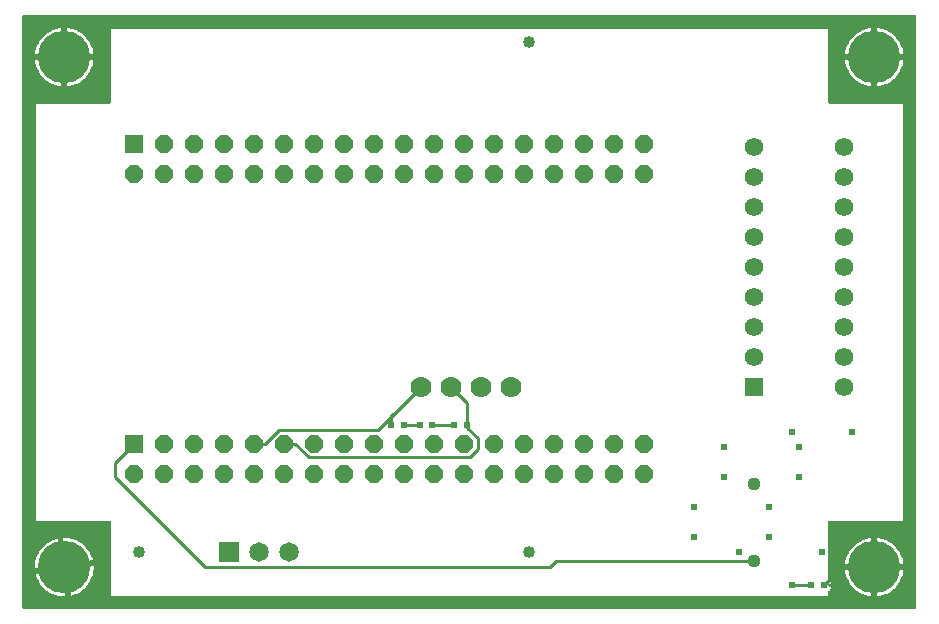
<source format=gbr>
G04 EAGLE Gerber RS-274X export*
G75*
%MOMM*%
%FSLAX34Y34*%
%LPD*%
%INTop Copper*%
%IPPOS*%
%AMOC8*
5,1,8,0,0,1.08239X$1,22.5*%
G01*
%ADD10C,1.778000*%
%ADD11C,1.120000*%
%ADD12R,1.651000X1.651000*%
%ADD13C,1.651000*%
%ADD14R,1.564638X1.564638*%
%ADD15C,1.564638*%
%ADD16R,1.524000X1.524000*%
%ADD17P,1.649562X8X22.500000*%
%ADD18R,0.609600X0.508000*%
%ADD19C,4.445000*%
%ADD20C,1.016000*%
%ADD21C,0.609600*%
%ADD22C,0.254000*%

G36*
X759444Y504308D02*
X759444Y504308D01*
X759437Y504427D01*
X759424Y504465D01*
X759419Y504506D01*
X759376Y504616D01*
X759339Y504729D01*
X759317Y504764D01*
X759302Y504801D01*
X759233Y504897D01*
X759169Y504998D01*
X759139Y505026D01*
X759116Y505059D01*
X759024Y505135D01*
X758937Y505216D01*
X758902Y505236D01*
X758871Y505261D01*
X758763Y505312D01*
X758659Y505370D01*
X758619Y505380D01*
X758583Y505397D01*
X758466Y505419D01*
X758351Y505449D01*
X758291Y505453D01*
X758271Y505457D01*
X758250Y505455D01*
X758190Y505459D01*
X3810Y505459D01*
X3692Y505444D01*
X3573Y505437D01*
X3535Y505424D01*
X3494Y505419D01*
X3384Y505376D01*
X3271Y505339D01*
X3236Y505317D01*
X3199Y505302D01*
X3103Y505233D01*
X3002Y505169D01*
X2974Y505139D01*
X2941Y505116D01*
X2865Y505024D01*
X2784Y504937D01*
X2764Y504902D01*
X2739Y504871D01*
X2688Y504763D01*
X2630Y504659D01*
X2620Y504619D01*
X2603Y504583D01*
X2581Y504466D01*
X2551Y504351D01*
X2547Y504291D01*
X2543Y504271D01*
X2545Y504250D01*
X2541Y504190D01*
X2541Y3810D01*
X2556Y3692D01*
X2563Y3573D01*
X2576Y3535D01*
X2581Y3494D01*
X2624Y3384D01*
X2661Y3271D01*
X2683Y3236D01*
X2698Y3199D01*
X2767Y3103D01*
X2831Y3002D01*
X2861Y2974D01*
X2884Y2941D01*
X2976Y2865D01*
X3063Y2784D01*
X3098Y2764D01*
X3129Y2739D01*
X3237Y2688D01*
X3341Y2630D01*
X3381Y2620D01*
X3417Y2603D01*
X3534Y2581D01*
X3649Y2551D01*
X3709Y2547D01*
X3729Y2543D01*
X3750Y2545D01*
X3810Y2541D01*
X758190Y2541D01*
X758308Y2556D01*
X758427Y2563D01*
X758465Y2576D01*
X758506Y2581D01*
X758616Y2624D01*
X758729Y2661D01*
X758764Y2683D01*
X758801Y2698D01*
X758897Y2767D01*
X758998Y2831D01*
X759026Y2861D01*
X759059Y2884D01*
X759135Y2976D01*
X759216Y3063D01*
X759236Y3098D01*
X759261Y3129D01*
X759312Y3237D01*
X759370Y3341D01*
X759380Y3381D01*
X759397Y3417D01*
X759419Y3534D01*
X759449Y3649D01*
X759453Y3709D01*
X759457Y3729D01*
X759455Y3750D01*
X759459Y3810D01*
X759459Y504190D01*
X759444Y504308D01*
G37*
%LPC*%
G36*
X76200Y430531D02*
X76200Y430531D01*
X76318Y430546D01*
X76437Y430553D01*
X76475Y430566D01*
X76516Y430571D01*
X76626Y430614D01*
X76739Y430651D01*
X76774Y430673D01*
X76811Y430688D01*
X76907Y430758D01*
X77008Y430821D01*
X77036Y430851D01*
X77069Y430874D01*
X77145Y430966D01*
X77226Y431053D01*
X77246Y431088D01*
X77271Y431119D01*
X77322Y431227D01*
X77380Y431331D01*
X77390Y431371D01*
X77407Y431407D01*
X77429Y431524D01*
X77459Y431639D01*
X77463Y431700D01*
X77467Y431720D01*
X77465Y431740D01*
X77469Y431800D01*
X77469Y494031D01*
X684531Y494031D01*
X684531Y431800D01*
X684546Y431682D01*
X684553Y431563D01*
X684566Y431525D01*
X684571Y431484D01*
X684614Y431374D01*
X684651Y431261D01*
X684673Y431226D01*
X684688Y431189D01*
X684758Y431093D01*
X684821Y430992D01*
X684851Y430964D01*
X684874Y430931D01*
X684966Y430856D01*
X685053Y430774D01*
X685088Y430754D01*
X685119Y430729D01*
X685227Y430678D01*
X685331Y430620D01*
X685371Y430610D01*
X685407Y430593D01*
X685524Y430571D01*
X685639Y430541D01*
X685700Y430537D01*
X685720Y430533D01*
X685740Y430535D01*
X685800Y430531D01*
X748031Y430531D01*
X748031Y77469D01*
X685800Y77469D01*
X685682Y77454D01*
X685563Y77447D01*
X685525Y77434D01*
X685484Y77429D01*
X685374Y77386D01*
X685261Y77349D01*
X685226Y77327D01*
X685189Y77312D01*
X685093Y77243D01*
X684992Y77179D01*
X684964Y77149D01*
X684931Y77126D01*
X684856Y77034D01*
X684774Y76947D01*
X684754Y76912D01*
X684729Y76881D01*
X684678Y76773D01*
X684620Y76669D01*
X684610Y76629D01*
X684593Y76593D01*
X684571Y76476D01*
X684541Y76361D01*
X684537Y76301D01*
X684533Y76281D01*
X684535Y76260D01*
X684531Y76200D01*
X684531Y53390D01*
X684532Y53381D01*
X684531Y53372D01*
X684552Y53223D01*
X684571Y53075D01*
X684574Y53066D01*
X684575Y53057D01*
X684627Y52905D01*
X685039Y51912D01*
X685039Y49688D01*
X684627Y48695D01*
X684625Y48686D01*
X684620Y48678D01*
X684612Y48645D01*
X684603Y48627D01*
X684592Y48566D01*
X684583Y48533D01*
X684543Y48388D01*
X684543Y48379D01*
X684541Y48370D01*
X684531Y48210D01*
X684531Y28919D01*
X684544Y28815D01*
X684548Y28709D01*
X684564Y28657D01*
X684571Y28604D01*
X684609Y28506D01*
X684640Y28404D01*
X684668Y28358D01*
X684688Y28308D01*
X684750Y28223D01*
X684804Y28132D01*
X684843Y28094D01*
X684874Y28051D01*
X684956Y27983D01*
X685031Y27909D01*
X685103Y27862D01*
X685119Y27848D01*
X685133Y27842D01*
X685165Y27820D01*
X685836Y27433D01*
X686309Y26960D01*
X686644Y26381D01*
X686817Y25734D01*
X686817Y24129D01*
X685800Y24129D01*
X685682Y24114D01*
X685563Y24107D01*
X685525Y24095D01*
X685484Y24090D01*
X685374Y24046D01*
X685261Y24009D01*
X685226Y23987D01*
X685189Y23973D01*
X685093Y23903D01*
X684992Y23839D01*
X684964Y23809D01*
X684931Y23786D01*
X684856Y23694D01*
X684774Y23607D01*
X684754Y23572D01*
X684729Y23541D01*
X684678Y23433D01*
X684620Y23329D01*
X684610Y23290D01*
X684593Y23253D01*
X684571Y23136D01*
X684541Y23021D01*
X684537Y22961D01*
X684533Y22941D01*
X684533Y22940D01*
X684535Y22920D01*
X684531Y22860D01*
X684546Y22742D01*
X684553Y22623D01*
X684566Y22584D01*
X684571Y22544D01*
X684614Y22434D01*
X684651Y22320D01*
X684673Y22286D01*
X684688Y22249D01*
X684758Y22152D01*
X684821Y22052D01*
X684851Y22024D01*
X684874Y21991D01*
X684966Y21915D01*
X685053Y21834D01*
X685088Y21814D01*
X685119Y21788D01*
X685227Y21738D01*
X685331Y21680D01*
X685371Y21670D01*
X685407Y21653D01*
X685524Y21631D01*
X685639Y21601D01*
X685700Y21597D01*
X685720Y21593D01*
X685740Y21594D01*
X685800Y21591D01*
X686817Y21591D01*
X686817Y19986D01*
X686644Y19339D01*
X686309Y18760D01*
X685836Y18287D01*
X685165Y17900D01*
X685081Y17836D01*
X684992Y17779D01*
X684955Y17740D01*
X684912Y17707D01*
X684846Y17625D01*
X684774Y17548D01*
X684748Y17500D01*
X684714Y17458D01*
X684671Y17362D01*
X684620Y17269D01*
X684607Y17217D01*
X684585Y17168D01*
X684567Y17063D01*
X684541Y16961D01*
X684536Y16876D01*
X684532Y16854D01*
X684533Y16839D01*
X684531Y16801D01*
X684531Y13969D01*
X77469Y13969D01*
X77469Y76200D01*
X77454Y76318D01*
X77447Y76437D01*
X77434Y76475D01*
X77429Y76516D01*
X77386Y76626D01*
X77349Y76739D01*
X77327Y76774D01*
X77312Y76811D01*
X77243Y76907D01*
X77179Y77008D01*
X77149Y77036D01*
X77126Y77069D01*
X77034Y77145D01*
X76947Y77226D01*
X76912Y77246D01*
X76881Y77271D01*
X76773Y77322D01*
X76669Y77380D01*
X76629Y77390D01*
X76593Y77407D01*
X76476Y77429D01*
X76361Y77459D01*
X76301Y77463D01*
X76281Y77467D01*
X76260Y77465D01*
X76200Y77469D01*
X13969Y77469D01*
X13969Y430531D01*
X76200Y430531D01*
G37*
%LPD*%
%LPC*%
G36*
X37357Y62866D02*
X37357Y62866D01*
X39491Y62866D01*
X42255Y62554D01*
X44967Y61935D01*
X47592Y61017D01*
X50099Y59810D01*
X52454Y58330D01*
X54629Y56595D01*
X56595Y54629D01*
X58330Y52454D01*
X59810Y50099D01*
X61017Y47592D01*
X61935Y44967D01*
X62184Y43875D01*
X40281Y40953D01*
X37357Y62866D01*
G37*
%LPD*%
%LPC*%
G36*
X40953Y35919D02*
X40953Y35919D01*
X62866Y38843D01*
X62866Y36709D01*
X62554Y33945D01*
X61935Y31233D01*
X61017Y28608D01*
X59810Y26101D01*
X58330Y23746D01*
X56595Y21571D01*
X54629Y19605D01*
X52454Y17870D01*
X50099Y16390D01*
X47592Y15183D01*
X44967Y14265D01*
X43875Y14016D01*
X40953Y35919D01*
G37*
%LPD*%
%LPC*%
G36*
X13334Y39491D02*
X13334Y39491D01*
X13646Y42255D01*
X14265Y44967D01*
X15183Y47592D01*
X16390Y50099D01*
X17870Y52454D01*
X19605Y54629D01*
X21571Y56595D01*
X23746Y58330D01*
X26101Y59810D01*
X28608Y61017D01*
X31233Y61935D01*
X32325Y62184D01*
X35247Y40281D01*
X13334Y37357D01*
X13334Y39491D01*
G37*
%LPD*%
%LPC*%
G36*
X36709Y13334D02*
X36709Y13334D01*
X33945Y13646D01*
X31233Y14265D01*
X28608Y15183D01*
X26101Y16390D01*
X23746Y17870D01*
X21571Y19605D01*
X19605Y21571D01*
X17870Y23746D01*
X16390Y26101D01*
X15183Y28608D01*
X14265Y31233D01*
X14016Y32325D01*
X35919Y35247D01*
X38843Y13334D01*
X36709Y13334D01*
G37*
%LPD*%
%LPC*%
G36*
X726439Y472439D02*
X726439Y472439D01*
X726439Y494536D01*
X728055Y494354D01*
X730767Y493735D01*
X733392Y492817D01*
X735899Y491610D01*
X738254Y490130D01*
X740429Y488395D01*
X742395Y486429D01*
X744130Y484254D01*
X745610Y481899D01*
X746817Y479392D01*
X747735Y476767D01*
X748354Y474055D01*
X748536Y472439D01*
X726439Y472439D01*
G37*
%LPD*%
%LPC*%
G36*
X40639Y472439D02*
X40639Y472439D01*
X40639Y494536D01*
X42255Y494354D01*
X44967Y493735D01*
X47592Y492817D01*
X50099Y491610D01*
X52454Y490130D01*
X54629Y488395D01*
X56595Y486429D01*
X58330Y484254D01*
X59810Y481899D01*
X61017Y479392D01*
X61935Y476767D01*
X62554Y474055D01*
X62736Y472439D01*
X40639Y472439D01*
G37*
%LPD*%
%LPC*%
G36*
X726439Y40639D02*
X726439Y40639D01*
X726439Y62736D01*
X728055Y62554D01*
X730767Y61935D01*
X733392Y61017D01*
X735899Y59810D01*
X738254Y58330D01*
X740429Y56595D01*
X742395Y54629D01*
X744130Y52454D01*
X745610Y50099D01*
X746817Y47592D01*
X747735Y44967D01*
X748354Y42255D01*
X748536Y40639D01*
X726439Y40639D01*
G37*
%LPD*%
%LPC*%
G36*
X13464Y472439D02*
X13464Y472439D01*
X13646Y474055D01*
X14265Y476767D01*
X15183Y479392D01*
X16390Y481899D01*
X17870Y484254D01*
X19605Y486429D01*
X21571Y488395D01*
X23746Y490130D01*
X26101Y491610D01*
X28608Y492817D01*
X31233Y493735D01*
X33945Y494354D01*
X35561Y494536D01*
X35561Y472439D01*
X13464Y472439D01*
G37*
%LPD*%
%LPC*%
G36*
X699264Y472439D02*
X699264Y472439D01*
X699446Y474055D01*
X700065Y476767D01*
X700983Y479392D01*
X702190Y481899D01*
X703670Y484254D01*
X705405Y486429D01*
X707371Y488395D01*
X709546Y490130D01*
X711901Y491610D01*
X714408Y492817D01*
X717033Y493735D01*
X719745Y494354D01*
X721361Y494536D01*
X721361Y472439D01*
X699264Y472439D01*
G37*
%LPD*%
%LPC*%
G36*
X726439Y467361D02*
X726439Y467361D01*
X748536Y467361D01*
X748354Y465745D01*
X747735Y463033D01*
X746817Y460408D01*
X745610Y457901D01*
X744130Y455546D01*
X742395Y453371D01*
X740429Y451405D01*
X738254Y449670D01*
X735899Y448190D01*
X733392Y446983D01*
X730767Y446065D01*
X728055Y445446D01*
X726439Y445264D01*
X726439Y467361D01*
G37*
%LPD*%
%LPC*%
G36*
X40639Y467361D02*
X40639Y467361D01*
X62736Y467361D01*
X62554Y465745D01*
X61935Y463033D01*
X61017Y460408D01*
X59810Y457901D01*
X58330Y455546D01*
X56595Y453371D01*
X54629Y451405D01*
X52454Y449670D01*
X50099Y448190D01*
X47592Y446983D01*
X44967Y446065D01*
X42255Y445446D01*
X40639Y445264D01*
X40639Y467361D01*
G37*
%LPD*%
%LPC*%
G36*
X699264Y40639D02*
X699264Y40639D01*
X699446Y42255D01*
X700065Y44967D01*
X700983Y47592D01*
X702190Y50099D01*
X703670Y52454D01*
X705405Y54629D01*
X707371Y56595D01*
X709546Y58330D01*
X711901Y59810D01*
X714408Y61017D01*
X717033Y61935D01*
X719745Y62554D01*
X721361Y62736D01*
X721361Y40639D01*
X699264Y40639D01*
G37*
%LPD*%
%LPC*%
G36*
X726439Y35561D02*
X726439Y35561D01*
X748536Y35561D01*
X748354Y33945D01*
X747735Y31233D01*
X746817Y28608D01*
X745610Y26101D01*
X744130Y23746D01*
X742395Y21571D01*
X740429Y19605D01*
X738254Y17870D01*
X735899Y16390D01*
X733392Y15183D01*
X730767Y14265D01*
X728055Y13646D01*
X726439Y13464D01*
X726439Y35561D01*
G37*
%LPD*%
%LPC*%
G36*
X33945Y445446D02*
X33945Y445446D01*
X31233Y446065D01*
X28608Y446983D01*
X26101Y448190D01*
X23746Y449670D01*
X21571Y451405D01*
X19605Y453371D01*
X17870Y455546D01*
X16390Y457901D01*
X15183Y460408D01*
X14265Y463033D01*
X13646Y465745D01*
X13464Y467361D01*
X35561Y467361D01*
X35561Y445264D01*
X33945Y445446D01*
G37*
%LPD*%
%LPC*%
G36*
X719745Y445446D02*
X719745Y445446D01*
X717033Y446065D01*
X714408Y446983D01*
X711901Y448190D01*
X709546Y449670D01*
X707371Y451405D01*
X705405Y453371D01*
X703670Y455546D01*
X702190Y457901D01*
X700983Y460408D01*
X700065Y463033D01*
X699446Y465745D01*
X699264Y467361D01*
X721361Y467361D01*
X721361Y445264D01*
X719745Y445446D01*
G37*
%LPD*%
%LPC*%
G36*
X719745Y13646D02*
X719745Y13646D01*
X717033Y14265D01*
X714408Y15183D01*
X711901Y16390D01*
X709546Y17870D01*
X707371Y19605D01*
X705405Y21571D01*
X703670Y23746D01*
X702190Y26101D01*
X700983Y28608D01*
X700065Y31233D01*
X699446Y33945D01*
X699264Y35561D01*
X721361Y35561D01*
X721361Y13464D01*
X719745Y13646D01*
G37*
%LPD*%
%LPC*%
G36*
X38099Y469899D02*
X38099Y469899D01*
X38099Y469901D01*
X38101Y469901D01*
X38101Y469899D01*
X38099Y469899D01*
G37*
%LPD*%
%LPC*%
G36*
X723899Y469899D02*
X723899Y469899D01*
X723899Y469901D01*
X723901Y469901D01*
X723901Y469899D01*
X723899Y469899D01*
G37*
%LPD*%
%LPC*%
G36*
X723899Y38099D02*
X723899Y38099D01*
X723899Y38101D01*
X723901Y38101D01*
X723901Y38099D01*
X723899Y38099D01*
G37*
%LPD*%
%LPC*%
G36*
X38099Y38101D02*
X38099Y38101D01*
X38101Y38101D01*
X38101Y38099D01*
X38099Y38099D01*
X38099Y38101D01*
G37*
%LPD*%
D10*
X340360Y190500D03*
X365760Y190500D03*
X391160Y190500D03*
X416560Y190500D03*
D11*
X622300Y108700D03*
X622300Y43700D03*
D12*
X177800Y50800D03*
D13*
X203200Y50800D03*
X228600Y50800D03*
D14*
X622300Y190500D03*
D15*
X622300Y215900D03*
X622300Y241300D03*
X622300Y266700D03*
X622300Y292100D03*
X622300Y317500D03*
X622300Y342900D03*
X622300Y368300D03*
X622300Y393700D03*
X698500Y393700D03*
X698500Y368300D03*
X698500Y342900D03*
X698500Y317500D03*
X698500Y292100D03*
X698500Y266700D03*
X698500Y241300D03*
X698500Y215900D03*
X698500Y190500D03*
D16*
X97200Y396500D03*
D17*
X97200Y371100D03*
X122600Y396500D03*
X122600Y371100D03*
X148000Y396500D03*
X148000Y371100D03*
X173400Y396500D03*
X173400Y371100D03*
X198800Y396500D03*
X198800Y371100D03*
X224200Y396500D03*
X224200Y371100D03*
X249600Y396500D03*
X249600Y371100D03*
X275000Y396500D03*
X275000Y371100D03*
X300400Y396500D03*
X300400Y371100D03*
X325800Y396500D03*
X325800Y371100D03*
X351200Y396500D03*
X351200Y371100D03*
X376600Y396500D03*
X376600Y371100D03*
X402000Y396500D03*
X402000Y371100D03*
X427400Y396500D03*
X427400Y371100D03*
X452800Y396500D03*
X452800Y371100D03*
X478200Y396500D03*
X478200Y371100D03*
X503600Y396500D03*
X503600Y371100D03*
X529000Y396500D03*
X529000Y371100D03*
D16*
X97200Y142500D03*
D17*
X97200Y117100D03*
X122600Y142500D03*
X122600Y117100D03*
X148000Y142500D03*
X148000Y117100D03*
X173400Y142500D03*
X173400Y117100D03*
X198800Y142500D03*
X198800Y117100D03*
X224200Y142500D03*
X224200Y117100D03*
X249600Y142500D03*
X249600Y117100D03*
X275000Y142500D03*
X275000Y117100D03*
X300400Y142500D03*
X300400Y117100D03*
X325800Y142500D03*
X325800Y117100D03*
X351200Y142500D03*
X351200Y117100D03*
X376600Y142500D03*
X376600Y117100D03*
X402000Y142500D03*
X402000Y117100D03*
X427400Y142500D03*
X427400Y117100D03*
X452800Y142500D03*
X452800Y117100D03*
X478200Y142500D03*
X478200Y117100D03*
X503600Y142500D03*
X503600Y117100D03*
X529000Y142500D03*
X529000Y117100D03*
D18*
X314452Y158750D03*
X325628Y158750D03*
X367792Y158750D03*
X378968Y158750D03*
D19*
X38100Y38100D03*
X723900Y38100D03*
X723900Y469900D03*
X38100Y469900D03*
D20*
X431800Y482600D03*
X431800Y50800D03*
X101600Y50800D03*
D18*
X670052Y22860D03*
X681228Y22860D03*
D21*
X596900Y139700D03*
X596900Y114300D03*
X571500Y88900D03*
X571500Y63500D03*
X635000Y88900D03*
X635000Y63500D03*
X660400Y139700D03*
X660400Y114300D03*
D22*
X654050Y22860D02*
X670052Y22860D01*
D21*
X654050Y22860D03*
X609600Y50800D03*
X679450Y50800D03*
X654050Y152400D03*
X704850Y152400D03*
D22*
X339090Y158750D02*
X325628Y158750D01*
D21*
X339090Y158750D03*
D22*
X349250Y158750D02*
X367792Y158750D01*
D21*
X349250Y158750D03*
D22*
X454660Y43700D02*
X622300Y43700D01*
X157158Y38422D02*
X81280Y114300D01*
X81280Y126580D01*
X97200Y142500D01*
X449382Y38422D02*
X454660Y43700D01*
X449382Y38422D02*
X157158Y38422D01*
X315722Y165862D02*
X315722Y167640D01*
X314452Y166370D02*
X314452Y158750D01*
X314452Y166370D02*
X315722Y167640D01*
X315722Y165862D02*
X340360Y190500D01*
X315722Y165862D02*
X303790Y153930D01*
X208036Y142500D02*
X198800Y142500D01*
X208036Y142500D02*
X219466Y153930D01*
X303790Y153930D01*
X365760Y190500D02*
X378968Y177292D01*
X378968Y175260D02*
X378968Y158750D01*
X378968Y175260D02*
X378968Y177292D01*
X388030Y147235D02*
X388030Y137766D01*
X381335Y131070D01*
X233436Y142500D02*
X224200Y142500D01*
X233436Y142500D02*
X244866Y131070D01*
X378968Y156297D02*
X378968Y158750D01*
X378968Y156297D02*
X388030Y147235D01*
X381335Y131070D02*
X244866Y131070D01*
X681228Y22860D02*
X696468Y38100D01*
X723900Y38100D01*
M02*

</source>
